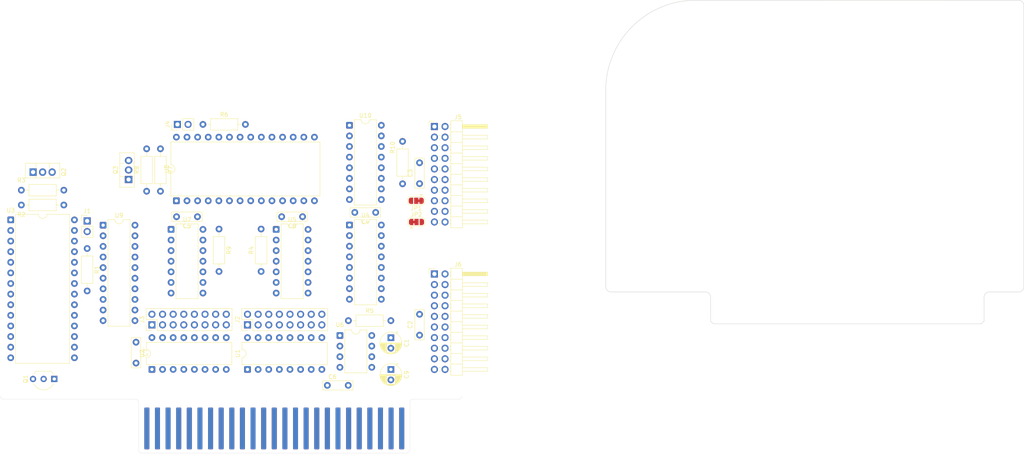
<source format=kicad_pcb>
(kicad_pcb
	(version 20241229)
	(generator "pcbnew")
	(generator_version "9.0")
	(general
		(thickness 1.6)
		(legacy_teardrops no)
	)
	(paper "A4")
	(layers
		(0 "F.Cu" signal)
		(2 "B.Cu" signal)
		(9 "F.Adhes" user "F.Adhesive")
		(11 "B.Adhes" user "B.Adhesive")
		(13 "F.Paste" user)
		(15 "B.Paste" user)
		(5 "F.SilkS" user "F.Silkscreen")
		(7 "B.SilkS" user "B.Silkscreen")
		(1 "F.Mask" user)
		(3 "B.Mask" user)
		(17 "Dwgs.User" user "User.Drawings")
		(19 "Cmts.User" user "User.Comments")
		(21 "Eco1.User" user "User.Eco1")
		(23 "Eco2.User" user "User.Eco2")
		(25 "Edge.Cuts" user)
		(27 "Margin" user)
		(31 "F.CrtYd" user "F.Courtyard")
		(29 "B.CrtYd" user "B.Courtyard")
		(35 "F.Fab" user)
		(33 "B.Fab" user)
		(39 "User.1" user)
		(41 "User.2" user)
		(43 "User.3" user)
		(45 "User.4" user)
	)
	(setup
		(pad_to_mask_clearance 0)
		(allow_soldermask_bridges_in_footprints no)
		(tenting front back)
		(pcbplotparams
			(layerselection 0x00000000_00000000_55555555_5755f5ff)
			(plot_on_all_layers_selection 0x00000000_00000000_00000000_00000000)
			(disableapertmacros no)
			(usegerberextensions no)
			(usegerberattributes yes)
			(usegerberadvancedattributes yes)
			(creategerberjobfile yes)
			(dashed_line_dash_ratio 12.000000)
			(dashed_line_gap_ratio 3.000000)
			(svgprecision 4)
			(plotframeref no)
			(mode 1)
			(useauxorigin no)
			(hpglpennumber 1)
			(hpglpenspeed 20)
			(hpglpendiameter 15.000000)
			(pdf_front_fp_property_popups yes)
			(pdf_back_fp_property_popups yes)
			(pdf_metadata yes)
			(pdf_single_document no)
			(dxfpolygonmode yes)
			(dxfimperialunits yes)
			(dxfusepcbnewfont yes)
			(psnegative no)
			(psa4output no)
			(plot_black_and_white yes)
			(sketchpadsonfab no)
			(plotpadnumbers no)
			(hidednponfab no)
			(sketchdnponfab yes)
			(crossoutdnponfab yes)
			(subtractmaskfromsilk no)
			(outputformat 1)
			(mirror no)
			(drillshape 1)
			(scaleselection 1)
			(outputdirectory "")
		)
	)
	(net 0 "")
	(net 1 "-12V")
	(net 2 "GND")
	(net 3 "+5V")
	(net 4 "Net-(U6-THR)")
	(net 5 "+12V")
	(net 6 "Net-(J1-Pin_2)")
	(net 7 "~{IOSEL}")
	(net 8 "Net-(J2-Pin_5)")
	(net 9 "Net-(J2-Pin_7)")
	(net 10 "Net-(J1-Pin_1)")
	(net 11 "Net-(J2-Pin_15)")
	(net 12 "Net-(J2-Pin_3)")
	(net 13 "Net-(J2-Pin_9)")
	(net 14 "Net-(J2-Pin_11)")
	(net 15 "Net-(J2-Pin_13)")
	(net 16 "Net-(J2-Pin_1)")
	(net 17 "/~{DEVSEL}")
	(net 18 "Net-(J3-Pin_11)")
	(net 19 "Net-(J3-Pin_5)")
	(net 20 "Net-(J3-Pin_7)")
	(net 21 "Net-(J3-Pin_9)")
	(net 22 "Net-(J3-Pin_1)")
	(net 23 "Net-(J3-Pin_13)")
	(net 24 "Net-(J3-Pin_15)")
	(net 25 "Net-(J3-Pin_3)")
	(net 26 "Net-(J4-Pin_1)")
	(net 27 "Net-(J4-Pin_2)")
	(net 28 "/PH1")
	(net 29 "/PH0")
	(net 30 "/WR DATA")
	(net 31 "/W PROT")
	(net 32 "/RD DATA")
	(net 33 "/PH2")
	(net 34 "/PH3")
	(net 35 "Net-(J5-Pin_17)")
	(net 36 "/WR REQ")
	(net 37 "Net-(J5-Pin_19)")
	(net 38 "/~{ENBL 1}")
	(net 39 "Net-(J5-Pin_5)")
	(net 40 "/~{ENBL 2}")
	(net 41 "A12")
	(net 42 "D0")
	(net 43 "A10")
	(net 44 "A3")
	(net 45 "A14")
	(net 46 "D3")
	(net 47 "unconnected-(P1-Pin_40-Pad40)")
	(net 48 "2M")
	(net 49 "~{RESET}")
	(net 50 "unconnected-(P1-Pin_30-Pad30)")
	(net 51 "A4")
	(net 52 "~{EXTC}")
	(net 53 "unconnected-(P1-Pin_18-Pad18)")
	(net 54 "unconnected-(P1-Pin_38-Pad38)")
	(net 55 "D1")
	(net 56 "unconnected-(P1-Pin_29-Pad29)")
	(net 57 "A0")
	(net 58 "A15")
	(net 59 "D6")
	(net 60 "unconnected-(P1-Pin_36-Pad36)")
	(net 61 "A5")
	(net 62 "unconnected-(P1-Pin_22-Pad22)")
	(net 63 "~{EXTE}")
	(net 64 "Net-(P1-Pin_24)")
	(net 65 "~{EXT8}")
	(net 66 "unconnected-(P1-Pin_34-Pad34)")
	(net 67 "A8")
	(net 68 "D2")
	(net 69 "A2")
	(net 70 "D7")
	(net 71 "A7")
	(net 72 "Net-(P1-Pin_23)")
	(net 73 "A6")
	(net 74 "unconnected-(P1-Pin_21-Pad21)")
	(net 75 "~{EXT_MEM}")
	(net 76 "D4")
	(net 77 "D5")
	(net 78 "A9")
	(net 79 "A13")
	(net 80 "A11")
	(net 81 "unconnected-(P1-Pin_39-Pad39)")
	(net 82 "~{EXT6}")
	(net 83 "A1")
	(net 84 "Net-(Q1-E)")
	(net 85 "Net-(Q2-B)")
	(net 86 "Net-(Q3-B)")
	(net 87 "Net-(U8-~{CE})")
	(net 88 "Net-(R9-Pad2)")
	(net 89 "Net-(U4-Q6)")
	(net 90 "Net-(U4-Q5)")
	(net 91 "Net-(U4-Q7)")
	(net 92 "Net-(U4-Q4)")
	(net 93 "Net-(U10-D3)")
	(net 94 "Net-(U8-D1)")
	(net 95 "Net-(U10-~{Mr})")
	(net 96 "Net-(U8-A4)")
	(net 97 "Net-(U10-Q3)")
	(net 98 "Net-(U10-Cp)")
	(net 99 "Net-(U8-D3)")
	(net 100 "Net-(U10-Q5)")
	(net 101 "Net-(U10-Q2)")
	(net 102 "Net-(U8-A1)")
	(net 103 "Net-(U10-D2)")
	(net 104 "Net-(U8-D0)")
	(net 105 "Net-(U10-Q1)")
	(net 106 "unconnected-(U6-DIS-Pad7)")
	(net 107 "Net-(U10-D0)")
	(net 108 "unconnected-(U6-CV-Pad5)")
	(net 109 "Net-(U10-D5)")
	(net 110 "Net-(U8-D2)")
	(net 111 "Net-(U10-D1)")
	(net 112 "unconnected-(U9-Q7-Pad17)")
	(footprint "Connector_PinHeader_2.54mm:PinHeader_1x02_P2.54mm_Vertical" (layer "F.Cu") (at 182.372 90.424))
	(footprint "Capacitor_THT:C_Rect_L7.0mm_W2.0mm_P5.00mm" (layer "F.Cu") (at 233.889 89.408 180))
	(footprint "Resistor_THT:R_Axial_DIN0207_L6.3mm_D2.5mm_P10.16mm_Horizontal" (layer "F.Cu") (at 210.058 67.31))
	(footprint "Connector_PinHeader_2.54mm:PinHeader_1x02_P2.54mm_Vertical" (layer "F.Cu") (at 203.962 67.31 90))
	(footprint "Capacitor_THT:CP_Radial_D5.0mm_P2.50mm" (layer "F.Cu") (at 255.016 125.984 -90))
	(footprint "Resistor_THT:R_Axial_DIN0207_L6.3mm_D2.5mm_P10.16mm_Horizontal" (layer "F.Cu") (at 199.898 73.152 -90))
	(footprint "Capacitor_THT:C_Rect_L7.0mm_W2.0mm_P5.00mm" (layer "F.Cu") (at 261.874 117.776 90))
	(footprint "Package_DIP:DIP-16_W7.62mm" (layer "F.Cu") (at 245.105 67.524))
	(footprint "Package_DIP:DIP-16_W7.62mm" (layer "F.Cu") (at 197.861 125.979 90))
	(footprint "Package_TO_SOT_THT:TO-92_Inline_Wide" (layer "F.Cu") (at 174.498 128.27 180))
	(footprint "Resistor_THT:R_Axial_DIN0207_L6.3mm_D2.5mm_P10.16mm_Horizontal" (layer "F.Cu") (at 257.81 81.534 90))
	(footprint "Capacitor_THT:CP_Radial_D5.0mm_P2.50mm" (layer "F.Cu") (at 255.011 118.404 -90))
	(footprint "Resistor_THT:R_Axial_DIN0207_L6.3mm_D2.5mm_P10.16mm_Horizontal" (layer "F.Cu") (at 166.624 83.058))
	(footprint "Package_DIP:DIP-16_W7.62mm" (layer "F.Cu") (at 220.721 125.984 90))
	(footprint "Package_DIP:DIP-28_W15.24mm" (layer "F.Cu") (at 203.708 85.598 90))
	(footprint "Package_DIP:DIP-14_W7.62mm" (layer "F.Cu") (at 227.584 92.456))
	(footprint "Resistor_THT:R_Axial_DIN0207_L6.3mm_D2.5mm_P10.16mm_Horizontal" (layer "F.Cu") (at 182.372 97.028 -90))
	(footprint "Capacitor_THT:C_Rect_L7.0mm_W2.0mm_P5.00mm" (layer "F.Cu") (at 261.874 81.494 90))
	(footprint "Jumper:SolderJumper-3_P1.3mm_Bridged12_RoundedPad1.0x1.5mm" (layer "F.Cu") (at 261.142 90.678))
	(footprint "Resistor_THT:R_Axial_DIN0207_L6.3mm_D2.5mm_P10.16mm_Horizontal" (layer "F.Cu") (at 213.908 92.367 -90))
	(footprint "Package_DIP:DIP-28_W15.24mm" (layer "F.Cu") (at 164.084 90.17))
	(footprint "Capacitor_THT:C_Rect_L7.0mm_W2.0mm_P5.00mm" (layer "F.Cu") (at 251.38 88.392 180))
	(footprint "Capacitor_THT:C_Rect_L7.0mm_W2.0mm_P5.00mm" (layer "F.Cu") (at 194.056 119.46 -90))
	(footprint "Capacitor_THT:C_Rect_L7.0mm_W2.0mm_P5.00mm" (layer "F.Cu") (at 208.748 89.413 180))
	(footprint "Package_TO_SOT_THT:TO-126-3_Vertical" (layer "F.Cu") (at 169.43 78.74))
	(footprint "Package_DIP:DIP-14_W7.62mm" (layer "F.Cu") (at 202.443 92.456))
	(footprint "Resistor_THT:R_Axial_DIN0207_L6.3mm_D2.5mm_P10.16mm_Horizontal"
		(layer "F.Cu")
		(uuid "a3fd79da-f5d5-4ae4-9621-898f304ff506")
		(at 244.851 114.3)
		(descr "Resistor, Axial_DIN0207 series, Axial, Horizontal, pin pitch=10.16mm, 0.25W = 1/4W, length*diameter=6.3*2.5mm^2, http://cdn-reichelt.de/documents/datenblatt/B400/1_4W%23YAG.pdf")
		(tags "Resistor Axial_DIN0207 series Axial Horizontal pin pitch 10.16mm 0.25W = 1/4W length 6.3mm diameter 2.5mm")
		(property "Reference" "R5"
			(at 5.08 -2.37 0)
			(layer "F.SilkS")
			(uuid "9c6b700b-b56f-454a-af08-cbb92ee0419a")
			(effects
				(font
					(size 1 1)
					(thickness 0.15)
				)
			)
		)
		(property "Value" "47K"
			(at 5.08 2.37 0)
			(layer "F.Fab")
			(uuid "59038263-5bfc-4502-9e63-17686569948d")
			(effects
				(font
					(size 1 1)
					(thickness 0.15)
				)
			)
		)
		(property "Datasheet" ""
			(at 0 0 0)
			(unlocked yes)
			(layer "F.Fab")
			(hide yes)
			(uuid "451e5c88-4e24-4863-a615-27044dbe0c7a")
			(effects
				(font
					(size 1.27 1.27)
					(thickness 0.15)
				)
			)
		)
		(property "Description" "Resistor, small symbol"
			(at 0 0 0)
			(unlocked yes)
			(layer "F.Fab")
			(hide yes)
			(uuid "ff008a55-37e8-44c0-bf53-7e7561ef5750")
			(effects
				(font
					(size 1.27 1.27)
					(thickness 0.15)
				)
			)
		)
		(property ki_fp_filters "R_*")
		(path "/0a9e3eae-f6aa-4726-95a0-baa5697c9c68")
		(sheetname "/")
		(sheetfile "TK2000_DiskInterface_REDUX.kicad_sch")
		(attr through_hole)
		(fp_line
			(start 1.04 0)
			(end 1.81 0)
			(stroke
				(width 0.12)
				(type solid)
			)
			(layer "F.SilkS")
			(uuid "a630116e-10dc-4ef2-a442-a6f0fd3f75eb")
		)
		(fp_line
			(start 1.81 -1.37)
			(end 1.81 1.37)
			(stroke
				(width 0.12)
				(type solid)
			)
			(layer "F.SilkS")
			(uuid "729f8d0c-d614-4153-be3b-6baa6e5385c4")
		)
		(fp_line
			(start 1.81 1.37)
			(end 8.35 1.37)
			(stroke
				(width 0.12)
				(type solid)
			)
			(layer "F.SilkS")
			(uuid "992273d0-000c-4bc0-bee8-f1216b2ba043")
		)
		(fp_line
			(start 8.35 -1.37)
			(end 1.81 -1.37)
			(stroke
				(width 0.12)
				(type solid)
			)
			(layer "F.SilkS")
			(uuid "a9b63733-6e81-455e-b6c1-451b64372f22")
		)
		(fp_line
			(start 8.35 1.37)
			(end 8.35 -1.37)
			(stroke
				(width 0.12)
				(type solid)
			)
			(layer "F.SilkS")
			(uuid "90083b9f-7d28-4ed0-a18e-c6019e6b0e30")
		)
		(fp_line
			(start 9.12 0)
			(end 8.35 0)
			(stroke
				(width 0.12)
				(type solid)
			)
			(layer "F.SilkS")
			(uuid "5694fe5b-57bc-4be2-8ef2-83bc8a9555e4")
		)
		(fp_line
			(start -1.05 -1.5)
			(end -1.05 1.5)
			(stroke
				(width 0.05)
				(type solid)
			)
			(layer "F.CrtYd")
			(uuid "87cd9991-4586-4e07-b07e-d88529961560")
		)
		(fp_line
			(start -1.05 1.5)
			(end 11.21 1.5)
			(stroke
				(width 0.05)
				(type solid)
			)
			(layer "F.CrtYd")
			(uuid "bd9f9d97-62c5-489d-88c0-532c339a6422")
		)
		(fp_line
			(start 11.21 -1.5)
			(end -1.05 -1.5)
			(stroke
				(width 0.05)
				(type solid)
			)
			(layer "F.CrtYd")
			(uuid "1dc7a5c5-7d99-491b-92b8-a7412add16f9")
		)
		(fp_line
			(start 11
... [161494 chars truncated]
</source>
